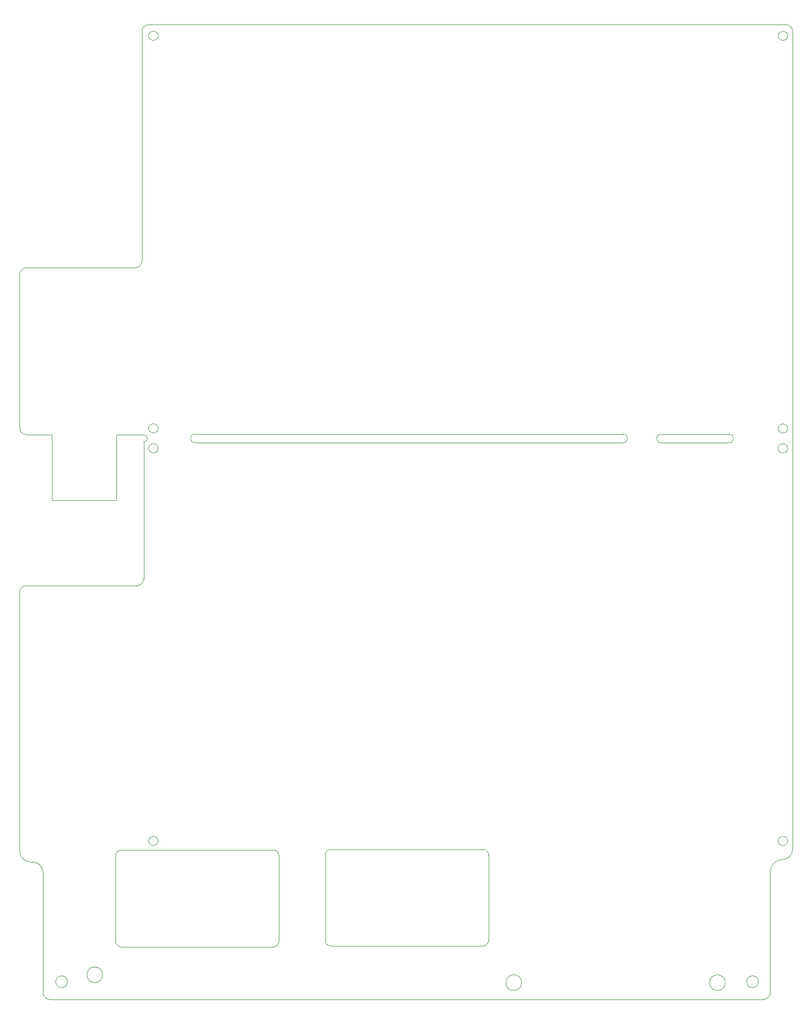
<source format=gbr>
%TF.GenerationSoftware,KiCad,Pcbnew,8.0.6*%
%TF.CreationDate,2025-01-04T08:58:16+01:00*%
%TF.ProjectId,kbd_flex,6b62645f-666c-4657-982e-6b696361645f,rev?*%
%TF.SameCoordinates,Original*%
%TF.FileFunction,Profile,NP*%
%FSLAX46Y46*%
G04 Gerber Fmt 4.6, Leading zero omitted, Abs format (unit mm)*
G04 Created by KiCad (PCBNEW 8.0.6) date 2025-01-04 08:58:16*
%MOMM*%
%LPD*%
G01*
G04 APERTURE LIST*
%TA.AperFunction,Profile*%
%ADD10C,0.050000*%
%TD*%
G04 APERTURE END LIST*
D10*
X81790001Y-160570050D02*
G75*
G02*
X82790050Y-159570001I1000099J-50D01*
G01*
X160160000Y-88340000D02*
G75*
G02*
X158560000Y-88340000I-800000J0D01*
G01*
X158560000Y-88340000D02*
G75*
G02*
X160160000Y-88340000I800000J0D01*
G01*
X53490000Y-88330000D02*
G75*
G02*
X51890000Y-88330000I-800000J0D01*
G01*
X51890000Y-88330000D02*
G75*
G02*
X53490000Y-88330000I800000J0D01*
G01*
X160160000Y-21900000D02*
G75*
G02*
X158560000Y-21900000I-800000J0D01*
G01*
X158560000Y-21900000D02*
G75*
G02*
X160160000Y-21900000I800000J0D01*
G01*
X31170000Y-89380000D02*
G75*
G02*
X30000000Y-88200000I5000J1175000D01*
G01*
X108490050Y-159570001D02*
G75*
G02*
X109490099Y-160570050I-50J-1000099D01*
G01*
X72980099Y-159699952D02*
G75*
G02*
X73980148Y-160700001I1J-1000048D01*
G01*
X73980099Y-175099952D02*
X73980099Y-160699952D01*
X46460000Y-100530000D02*
X35490000Y-100530000D01*
X51050000Y-113760000D02*
X51050000Y-90650000D01*
X46280050Y-175100001D02*
X46280050Y-160700001D01*
X53490000Y-21890000D02*
G75*
G02*
X51890000Y-21890000I-800000J0D01*
G01*
X51890000Y-21890000D02*
G75*
G02*
X53490000Y-21890000I800000J0D01*
G01*
X157200000Y-183800000D02*
G75*
G02*
X156000000Y-185000000I-1200000J0D01*
G01*
X161000000Y-21170000D02*
X161000000Y-159600000D01*
X109490050Y-174970001D02*
G75*
G02*
X108490001Y-175970050I-1000050J1D01*
G01*
X49590000Y-61140000D02*
X31170000Y-61140000D01*
X34000000Y-163560000D02*
X34000000Y-183830000D01*
X38140000Y-182000000D02*
G75*
G02*
X36140000Y-182000000I-1000000J0D01*
G01*
X36140000Y-182000000D02*
G75*
G02*
X38140000Y-182000000I1000000J0D01*
G01*
X32150000Y-161700000D02*
G75*
G02*
X34000000Y-163560000I-5000J-1855000D01*
G01*
X46460000Y-89410000D02*
X46460000Y-100530000D01*
X132300000Y-89300000D02*
G75*
G02*
X132300000Y-90760000I0J-730000D01*
G01*
X159800000Y-20000000D02*
G75*
G02*
X160999919Y-21170001I15700J-1184200D01*
G01*
X161000000Y-159600000D02*
G75*
G02*
X159280000Y-161320000I-1720000J0D01*
G01*
X30000000Y-116130000D02*
G75*
G02*
X31160000Y-114960000I1165000J5000D01*
G01*
X138670000Y-90760000D02*
G75*
G02*
X138670000Y-89300000I0J730000D01*
G01*
X115080000Y-182150000D02*
G75*
G02*
X112420000Y-182150000I-1330000J0D01*
G01*
X112420000Y-182150000D02*
G75*
G02*
X115080000Y-182150000I1330000J0D01*
G01*
X138670000Y-90760000D02*
X150260000Y-90760000D01*
X53490000Y-91710000D02*
G75*
G02*
X51890000Y-91710000I-800000J0D01*
G01*
X51890000Y-91710000D02*
G75*
G02*
X53490000Y-91710000I800000J0D01*
G01*
X31850000Y-161700000D02*
G75*
G02*
X30000000Y-159830000I10000J1860000D01*
G01*
X157200000Y-163400000D02*
G75*
G02*
X159280000Y-161320000I2080000J0D01*
G01*
X50760000Y-59970000D02*
G75*
G02*
X49590000Y-61140000I-1170000J0D01*
G01*
X44080000Y-180820000D02*
G75*
G02*
X41420000Y-180820000I-1330000J0D01*
G01*
X41420000Y-180820000D02*
G75*
G02*
X44080000Y-180820000I1330000J0D01*
G01*
X35200000Y-185000000D02*
G75*
G02*
X34000000Y-183830000I-15000J1185000D01*
G01*
X82790050Y-159570001D02*
X108490050Y-159570001D01*
X82790001Y-175970050D02*
X108490001Y-175970050D01*
X30000000Y-62310000D02*
G75*
G02*
X31170000Y-61140000I1170000J0D01*
G01*
X109490050Y-174970001D02*
X109490050Y-160570001D01*
X46280050Y-160700001D02*
G75*
G02*
X47280099Y-159699950I1000050J1D01*
G01*
X49870000Y-114960000D02*
X31160000Y-114960000D01*
X51050000Y-89410000D02*
G75*
G02*
X51050000Y-90650000I0J-620000D01*
G01*
X51050000Y-89410000D02*
X46460000Y-89410000D01*
X50760000Y-21160000D02*
G75*
G02*
X51900000Y-20000000I1150000J10000D01*
G01*
X138670000Y-89300000D02*
X150260000Y-89300000D01*
X82790001Y-175970050D02*
G75*
G02*
X81789950Y-174970001I-1J1000050D01*
G01*
X81790001Y-174970050D02*
X81790001Y-160570050D01*
X59700000Y-89300000D02*
X132300000Y-89300000D01*
X35200000Y-185000000D02*
X156000000Y-185000000D01*
X59700000Y-90760000D02*
G75*
G02*
X59700000Y-89300000I0J730000D01*
G01*
X32150000Y-161700000D02*
X31850000Y-161700000D01*
X30000000Y-116130000D02*
X30000000Y-159830000D01*
X149580000Y-182150000D02*
G75*
G02*
X146920000Y-182150000I-1330000J0D01*
G01*
X146920000Y-182150000D02*
G75*
G02*
X149580000Y-182150000I1330000J0D01*
G01*
X47280050Y-176100001D02*
G75*
G02*
X46280099Y-175099952I50J1000001D01*
G01*
X59700000Y-90760000D02*
X132300000Y-90760000D01*
X53490000Y-158150000D02*
G75*
G02*
X51890000Y-158150000I-800000J0D01*
G01*
X51890000Y-158150000D02*
G75*
G02*
X53490000Y-158150000I800000J0D01*
G01*
X51050000Y-113760000D02*
G75*
G02*
X49870000Y-114960000I-1190000J-10000D01*
G01*
X73980099Y-175099952D02*
G75*
G02*
X72980050Y-176100099I-1000099J-48D01*
G01*
X150260000Y-89300000D02*
G75*
G02*
X150260000Y-90760000I0J-730000D01*
G01*
X35490000Y-89380000D02*
X31170000Y-89380000D01*
X155210000Y-181990000D02*
G75*
G02*
X153210000Y-181990000I-1000000J0D01*
G01*
X153210000Y-181990000D02*
G75*
G02*
X155210000Y-181990000I1000000J0D01*
G01*
X47280050Y-176100001D02*
X72980050Y-176100001D01*
X157200000Y-183800000D02*
X157200000Y-163400000D01*
X160160000Y-158160000D02*
G75*
G02*
X158560000Y-158160000I-800000J0D01*
G01*
X158560000Y-158160000D02*
G75*
G02*
X160160000Y-158160000I800000J0D01*
G01*
X50760000Y-21160000D02*
X50760000Y-59970000D01*
X159800000Y-20000000D02*
X51900000Y-20000000D01*
X47280099Y-159699952D02*
X72980099Y-159699952D01*
X160160000Y-91720000D02*
G75*
G02*
X158560000Y-91720000I-800000J0D01*
G01*
X158560000Y-91720000D02*
G75*
G02*
X160160000Y-91720000I800000J0D01*
G01*
X35490000Y-100530000D02*
X35490000Y-89380000D01*
X30000000Y-62310000D02*
X30000000Y-88200000D01*
M02*

</source>
